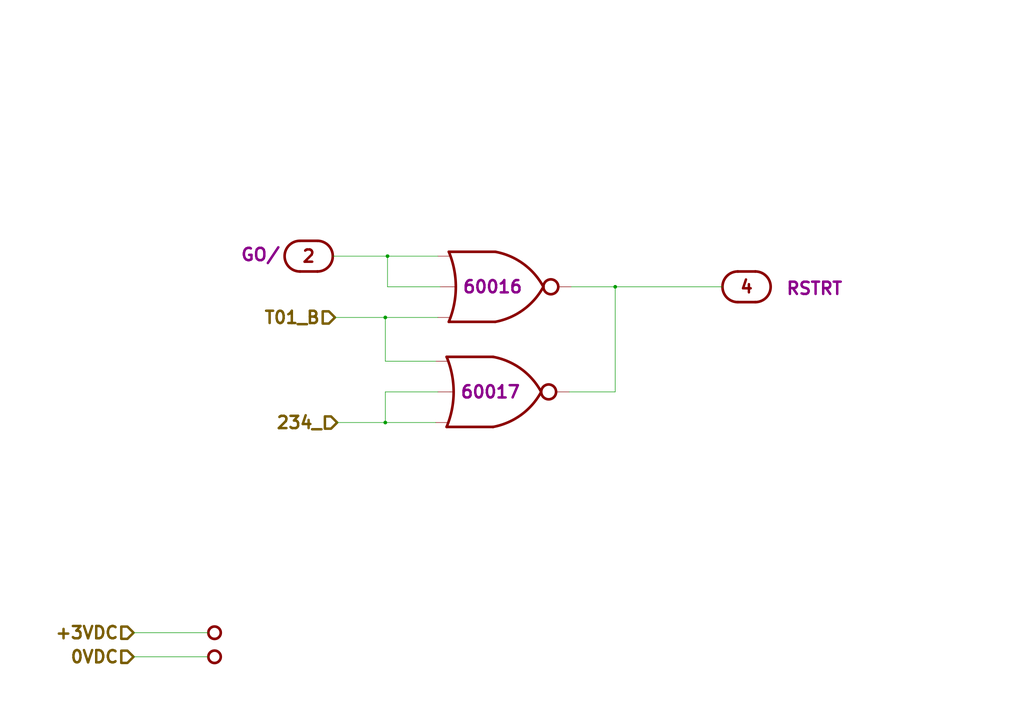
<source format=kicad_sch>
(kicad_sch (version 20211123) (generator eeschema)
  (paper "A4")
  (title_block (title "BLOCK I LOGIC FLOW S, MODULE A21, DRAWING 1006556") (date "2018-11-25") (rev "Draft") (comment 1 "Modules A21"))
  (junction (at 111.76 92.075))
  (junction (at 112.395 74.295))
  (junction (at 111.76 122.555))
  (junction (at 178.435 83.185))
  (wire (pts (xy 127 92.075) (xy 111.76 92.075)))
  (wire (pts (xy 38.735 190.5) (xy 60.325 190.5)))
  (wire (pts (xy 112.395 83.185) (xy 112.395 74.295)))
  (wire (pts (xy 111.76 122.555) (xy 97.79 122.555)))
  (wire (pts (xy 111.76 92.075) (xy 97.155 92.075)))
  (wire (pts (xy 126.365 122.555) (xy 111.76 122.555)))
  (wire (pts (xy 127.635 83.185) (xy 112.395 83.185)))
  (wire (pts (xy 112.395 74.295) (xy 96.52 74.295)))
  (wire (pts (xy 126.365 104.775) (xy 111.76 104.775)))
  (wire (pts (xy 165.735 83.185) (xy 178.435 83.185)))
  (wire (pts (xy 127 113.665) (xy 111.76 113.665)))
  (wire (pts (xy 178.435 113.665) (xy 178.435 83.185)))
  (wire (pts (xy 165.1 113.665) (xy 178.435 113.665)))
  (wire (pts (xy 38.735 183.515) (xy 60.325 183.515)))
  (wire (pts (xy 111.76 104.775) (xy 111.76 92.075)))
  (wire (pts (xy 111.76 113.665) (xy 111.76 122.555)))
  (wire (pts (xy 127 74.295) (xy 112.395 74.295)))
  (wire (pts (xy 178.435 83.185) (xy 209.55 83.185)))
  (hierarchical_label "234_" (shape input) (at 97.79 122.555 180) (effects (font (size 3.556 3.556) (thickness 0.7112) bold)))
  (hierarchical_label "+3VDC" (shape input) (at 38.735 183.515 180) (effects (font (size 3.556 3.556) (thickness 0.7112) bold)))
  (hierarchical_label "T01_B" (shape input) (at 97.155 92.075 180) (effects (font (size 3.556 3.556) (thickness 0.7112) bold)))
  (hierarchical_label "0VDC" (shape input) (at 38.735 190.5 180) (effects (font (size 3.556 3.556) (thickness 0.7112) bold)))
  (symbol (lib_id "AGC_DSKY:ConnectorGeneric") (at 216.535 83.185 180) (unit 4)
    (property "Reference" "J1" (effects hide))
    (property "Value" "ConnectorGeneric" (effects hide))
    (property "Caption" "RSTRT" (at 236.22 81.28 0) (effects (font (size 3.556 3.556) bold) (justify bottom)))
  )
  (symbol (lib_id "AGC_DSKY:ConnectorGeneric") (at 89.535 74.295 0) (unit 2)
    (property "Reference" "J1" (effects hide))
    (property "Value" "ConnectorGeneric" (effects hide))
    (property "Caption" "GO/" (at 75.565 76.2 0) (effects (font (size 3.556 3.556) bold) (justify bottom)))
  )
  (symbol (lib_id "D3NOR-+3VDC-0VDC-nd1021041:D3NOR-+3VDC-0VDC-nd1021041-135-___") (at 142.875 83.185 0) (unit 1)
    (property "Reference" "U1702" (effects hide))
    (property "Value" "D3NOR-+3VDC-0VDC-nd1021041-135-___" (effects hide))
    (property "Location" "60016" (at 142.875 83.185 0) (effects (font (size 3.556 3.556) bold)))
  )
  (symbol (lib_id "D3NOR-+3VDC-0VDC-nd1021041:D3NOR-+3VDC-0VDC-nd1021041-135-___") (at 142.24 113.665 0) (unit 1)
    (property "Reference" "U1701" (effects hide))
    (property "Value" "D3NOR-+3VDC-0VDC-nd1021041-135-___" (effects hide))
    (property "Location" "60017" (at 142.24 113.665 0) (effects (font (size 3.556 3.556) bold)))
  )
  (symbol (lib_id "AGC_DSKY:Node2") (at 62.23 183.515 180)
    (property "Reference" "N1601" (effects hide))
    (property "Value" "Node2" (effects hide))
    (property "Caption" "+3VDC" (effects hide))
  )
  (symbol (lib_id "AGC_DSKY:Node2") (at 62.23 190.5 180)
    (property "Reference" "N1602" (effects hide))
    (property "Value" "Node2" (effects hide))
    (property "Caption" "0VDC" (effects hide))
  )
)
</source>
